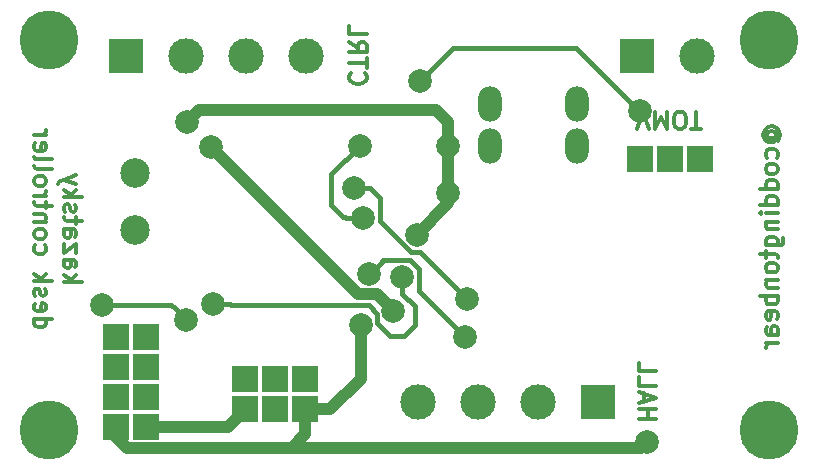
<source format=gbr>
G04 #@! TF.GenerationSoftware,KiCad,Pcbnew,5.0.2-bee76a0~70~ubuntu18.04.1*
G04 #@! TF.CreationDate,2019-10-09T06:24:17-07:00*
G04 #@! TF.ProjectId,kazatsky,6b617a61-7473-46b7-992e-6b696361645f,rev?*
G04 #@! TF.SameCoordinates,PX8e18f40PY6516e80*
G04 #@! TF.FileFunction,Copper,L2,Bot*
G04 #@! TF.FilePolarity,Positive*
%FSLAX46Y46*%
G04 Gerber Fmt 4.6, Leading zero omitted, Abs format (unit mm)*
G04 Created by KiCad (PCBNEW 5.0.2-bee76a0~70~ubuntu18.04.1) date Wed 09 Oct 2019 06:24:17 AM PDT*
%MOMM*%
%LPD*%
G01*
G04 APERTURE LIST*
G04 #@! TA.AperFunction,NonConductor*
%ADD10C,0.300000*%
G04 #@! TD*
G04 #@! TA.AperFunction,ComponentPad*
%ADD11R,2.200000X2.200000*%
G04 #@! TD*
G04 #@! TA.AperFunction,ComponentPad*
%ADD12R,3.000000X3.000000*%
G04 #@! TD*
G04 #@! TA.AperFunction,ComponentPad*
%ADD13C,3.000000*%
G04 #@! TD*
G04 #@! TA.AperFunction,ComponentPad*
%ADD14C,2.500000*%
G04 #@! TD*
G04 #@! TA.AperFunction,ComponentPad*
%ADD15O,2.000000X3.000000*%
G04 #@! TD*
G04 #@! TA.AperFunction,ViaPad*
%ADD16C,5.000000*%
G04 #@! TD*
G04 #@! TA.AperFunction,ViaPad*
%ADD17C,2.000000*%
G04 #@! TD*
G04 #@! TA.AperFunction,Conductor*
%ADD18C,1.000000*%
G04 #@! TD*
G04 #@! TA.AperFunction,Conductor*
%ADD19C,0.400000*%
G04 #@! TD*
G04 APERTURE END LIST*
D10*
X4296428Y15571429D02*
X5796428Y15571429D01*
X4867857Y15714286D02*
X4296428Y16142858D01*
X5296428Y16142858D02*
X4725000Y15571429D01*
X4296428Y17428572D02*
X5082142Y17428572D01*
X5225000Y17357143D01*
X5296428Y17214286D01*
X5296428Y16928572D01*
X5225000Y16785715D01*
X4367857Y17428572D02*
X4296428Y17285715D01*
X4296428Y16928572D01*
X4367857Y16785715D01*
X4510714Y16714286D01*
X4653571Y16714286D01*
X4796428Y16785715D01*
X4867857Y16928572D01*
X4867857Y17285715D01*
X4939285Y17428572D01*
X5296428Y18000000D02*
X5296428Y18785715D01*
X4296428Y18000000D01*
X4296428Y18785715D01*
X4296428Y20000000D02*
X5082142Y20000000D01*
X5225000Y19928572D01*
X5296428Y19785715D01*
X5296428Y19500000D01*
X5225000Y19357143D01*
X4367857Y20000000D02*
X4296428Y19857143D01*
X4296428Y19500000D01*
X4367857Y19357143D01*
X4510714Y19285715D01*
X4653571Y19285715D01*
X4796428Y19357143D01*
X4867857Y19500000D01*
X4867857Y19857143D01*
X4939285Y20000000D01*
X5296428Y20500000D02*
X5296428Y21071429D01*
X5796428Y20714286D02*
X4510714Y20714286D01*
X4367857Y20785715D01*
X4296428Y20928572D01*
X4296428Y21071429D01*
X4367857Y21500000D02*
X4296428Y21642858D01*
X4296428Y21928572D01*
X4367857Y22071429D01*
X4510714Y22142858D01*
X4582142Y22142858D01*
X4725000Y22071429D01*
X4796428Y21928572D01*
X4796428Y21714286D01*
X4867857Y21571429D01*
X5010714Y21500000D01*
X5082142Y21500000D01*
X5225000Y21571429D01*
X5296428Y21714286D01*
X5296428Y21928572D01*
X5225000Y22071429D01*
X4296428Y22785715D02*
X5796428Y22785715D01*
X4867857Y22928572D02*
X4296428Y23357143D01*
X5296428Y23357143D02*
X4725000Y22785715D01*
X5296428Y23857143D02*
X4296428Y24214286D01*
X5296428Y24571429D02*
X4296428Y24214286D01*
X3939285Y24071429D01*
X3867857Y24000000D01*
X3796428Y23857143D01*
X1746428Y12428572D02*
X3246428Y12428572D01*
X1817857Y12428572D02*
X1746428Y12285715D01*
X1746428Y12000000D01*
X1817857Y11857143D01*
X1889285Y11785715D01*
X2032142Y11714286D01*
X2460714Y11714286D01*
X2603571Y11785715D01*
X2675000Y11857143D01*
X2746428Y12000000D01*
X2746428Y12285715D01*
X2675000Y12428572D01*
X1817857Y13714286D02*
X1746428Y13571429D01*
X1746428Y13285715D01*
X1817857Y13142858D01*
X1960714Y13071429D01*
X2532142Y13071429D01*
X2675000Y13142858D01*
X2746428Y13285715D01*
X2746428Y13571429D01*
X2675000Y13714286D01*
X2532142Y13785715D01*
X2389285Y13785715D01*
X2246428Y13071429D01*
X1817857Y14357143D02*
X1746428Y14500000D01*
X1746428Y14785715D01*
X1817857Y14928572D01*
X1960714Y15000000D01*
X2032142Y15000000D01*
X2175000Y14928572D01*
X2246428Y14785715D01*
X2246428Y14571429D01*
X2317857Y14428572D01*
X2460714Y14357143D01*
X2532142Y14357143D01*
X2675000Y14428572D01*
X2746428Y14571429D01*
X2746428Y14785715D01*
X2675000Y14928572D01*
X1746428Y15642858D02*
X3246428Y15642858D01*
X2317857Y15785715D02*
X1746428Y16214286D01*
X2746428Y16214286D02*
X2175000Y15642858D01*
X1817857Y18642858D02*
X1746428Y18500000D01*
X1746428Y18214286D01*
X1817857Y18071429D01*
X1889285Y18000000D01*
X2032142Y17928572D01*
X2460714Y17928572D01*
X2603571Y18000000D01*
X2675000Y18071429D01*
X2746428Y18214286D01*
X2746428Y18500000D01*
X2675000Y18642858D01*
X1746428Y19500000D02*
X1817857Y19357143D01*
X1889285Y19285715D01*
X2032142Y19214286D01*
X2460714Y19214286D01*
X2603571Y19285715D01*
X2675000Y19357143D01*
X2746428Y19500000D01*
X2746428Y19714286D01*
X2675000Y19857143D01*
X2603571Y19928572D01*
X2460714Y20000000D01*
X2032142Y20000000D01*
X1889285Y19928572D01*
X1817857Y19857143D01*
X1746428Y19714286D01*
X1746428Y19500000D01*
X2746428Y20642858D02*
X1746428Y20642858D01*
X2603571Y20642858D02*
X2675000Y20714286D01*
X2746428Y20857143D01*
X2746428Y21071429D01*
X2675000Y21214286D01*
X2532142Y21285715D01*
X1746428Y21285715D01*
X2746428Y21785715D02*
X2746428Y22357143D01*
X3246428Y22000000D02*
X1960714Y22000000D01*
X1817857Y22071429D01*
X1746428Y22214286D01*
X1746428Y22357143D01*
X1746428Y22857143D02*
X2746428Y22857143D01*
X2460714Y22857143D02*
X2603571Y22928572D01*
X2675000Y23000000D01*
X2746428Y23142858D01*
X2746428Y23285715D01*
X1746428Y24000000D02*
X1817857Y23857143D01*
X1889285Y23785715D01*
X2032142Y23714286D01*
X2460714Y23714286D01*
X2603571Y23785715D01*
X2675000Y23857143D01*
X2746428Y24000000D01*
X2746428Y24214286D01*
X2675000Y24357143D01*
X2603571Y24428572D01*
X2460714Y24500000D01*
X2032142Y24500000D01*
X1889285Y24428572D01*
X1817857Y24357143D01*
X1746428Y24214286D01*
X1746428Y24000000D01*
X1746428Y25357143D02*
X1817857Y25214286D01*
X1960714Y25142858D01*
X3246428Y25142858D01*
X1746428Y26142858D02*
X1817857Y26000000D01*
X1960714Y25928572D01*
X3246428Y25928572D01*
X1817857Y27285715D02*
X1746428Y27142858D01*
X1746428Y26857143D01*
X1817857Y26714286D01*
X1960714Y26642858D01*
X2532142Y26642858D01*
X2675000Y26714286D01*
X2746428Y26857143D01*
X2746428Y27142858D01*
X2675000Y27285715D01*
X2532142Y27357143D01*
X2389285Y27357143D01*
X2246428Y26642858D01*
X1746428Y28000000D02*
X2746428Y28000000D01*
X2460714Y28000000D02*
X2603571Y28071429D01*
X2675000Y28142858D01*
X2746428Y28285715D01*
X2746428Y28428572D01*
X63964285Y27721429D02*
X63892857Y27792858D01*
X63821428Y27935715D01*
X63821428Y28078572D01*
X63892857Y28221429D01*
X63964285Y28292858D01*
X64107142Y28364286D01*
X64250000Y28364286D01*
X64392857Y28292858D01*
X64464285Y28221429D01*
X64535714Y28078572D01*
X64535714Y27935715D01*
X64464285Y27792858D01*
X64392857Y27721429D01*
X63821428Y27721429D02*
X64392857Y27721429D01*
X64464285Y27650000D01*
X64464285Y27578572D01*
X64392857Y27435715D01*
X64250000Y27364286D01*
X63892857Y27364286D01*
X63678571Y27507143D01*
X63535714Y27721429D01*
X63464285Y28007143D01*
X63535714Y28292858D01*
X63678571Y28507143D01*
X63892857Y28650000D01*
X64178571Y28721429D01*
X64464285Y28650000D01*
X64678571Y28507143D01*
X64821428Y28292858D01*
X64892857Y28007143D01*
X64821428Y27721429D01*
X64678571Y27507143D01*
X64607142Y26078572D02*
X64678571Y26221429D01*
X64678571Y26507143D01*
X64607142Y26650000D01*
X64535714Y26721429D01*
X64392857Y26792858D01*
X63964285Y26792858D01*
X63821428Y26721429D01*
X63750000Y26650000D01*
X63678571Y26507143D01*
X63678571Y26221429D01*
X63750000Y26078572D01*
X64678571Y25221429D02*
X64607142Y25364286D01*
X64535714Y25435715D01*
X64392857Y25507143D01*
X63964285Y25507143D01*
X63821428Y25435715D01*
X63750000Y25364286D01*
X63678571Y25221429D01*
X63678571Y25007143D01*
X63750000Y24864286D01*
X63821428Y24792858D01*
X63964285Y24721429D01*
X64392857Y24721429D01*
X64535714Y24792858D01*
X64607142Y24864286D01*
X64678571Y25007143D01*
X64678571Y25221429D01*
X64678571Y23435715D02*
X63178571Y23435715D01*
X64607142Y23435715D02*
X64678571Y23578572D01*
X64678571Y23864286D01*
X64607142Y24007143D01*
X64535714Y24078572D01*
X64392857Y24150000D01*
X63964285Y24150000D01*
X63821428Y24078572D01*
X63750000Y24007143D01*
X63678571Y23864286D01*
X63678571Y23578572D01*
X63750000Y23435715D01*
X64678571Y22078572D02*
X63178571Y22078572D01*
X64607142Y22078572D02*
X64678571Y22221429D01*
X64678571Y22507143D01*
X64607142Y22650000D01*
X64535714Y22721429D01*
X64392857Y22792858D01*
X63964285Y22792858D01*
X63821428Y22721429D01*
X63750000Y22650000D01*
X63678571Y22507143D01*
X63678571Y22221429D01*
X63750000Y22078572D01*
X64678571Y21364286D02*
X63678571Y21364286D01*
X63178571Y21364286D02*
X63250000Y21435715D01*
X63321428Y21364286D01*
X63250000Y21292858D01*
X63178571Y21364286D01*
X63321428Y21364286D01*
X63678571Y20650000D02*
X64678571Y20650000D01*
X63821428Y20650000D02*
X63750000Y20578572D01*
X63678571Y20435715D01*
X63678571Y20221429D01*
X63750000Y20078572D01*
X63892857Y20007143D01*
X64678571Y20007143D01*
X63678571Y18650000D02*
X64892857Y18650000D01*
X65035714Y18721429D01*
X65107142Y18792858D01*
X65178571Y18935715D01*
X65178571Y19150000D01*
X65107142Y19292858D01*
X64607142Y18650000D02*
X64678571Y18792858D01*
X64678571Y19078572D01*
X64607142Y19221429D01*
X64535714Y19292858D01*
X64392857Y19364286D01*
X63964285Y19364286D01*
X63821428Y19292858D01*
X63750000Y19221429D01*
X63678571Y19078572D01*
X63678571Y18792858D01*
X63750000Y18650000D01*
X63678571Y18150000D02*
X63678571Y17578572D01*
X63178571Y17935715D02*
X64464285Y17935715D01*
X64607142Y17864286D01*
X64678571Y17721429D01*
X64678571Y17578572D01*
X64678571Y16864286D02*
X64607142Y17007143D01*
X64535714Y17078572D01*
X64392857Y17150000D01*
X63964285Y17150000D01*
X63821428Y17078572D01*
X63750000Y17007143D01*
X63678571Y16864286D01*
X63678571Y16650000D01*
X63750000Y16507143D01*
X63821428Y16435715D01*
X63964285Y16364286D01*
X64392857Y16364286D01*
X64535714Y16435715D01*
X64607142Y16507143D01*
X64678571Y16650000D01*
X64678571Y16864286D01*
X63678571Y15721429D02*
X64678571Y15721429D01*
X63821428Y15721429D02*
X63750000Y15650000D01*
X63678571Y15507143D01*
X63678571Y15292858D01*
X63750000Y15150000D01*
X63892857Y15078572D01*
X64678571Y15078572D01*
X64678571Y14364286D02*
X63178571Y14364286D01*
X63750000Y14364286D02*
X63678571Y14221429D01*
X63678571Y13935715D01*
X63750000Y13792858D01*
X63821428Y13721429D01*
X63964285Y13650000D01*
X64392857Y13650000D01*
X64535714Y13721429D01*
X64607142Y13792858D01*
X64678571Y13935715D01*
X64678571Y14221429D01*
X64607142Y14364286D01*
X64607142Y12435715D02*
X64678571Y12578572D01*
X64678571Y12864286D01*
X64607142Y13007143D01*
X64464285Y13078572D01*
X63892857Y13078572D01*
X63750000Y13007143D01*
X63678571Y12864286D01*
X63678571Y12578572D01*
X63750000Y12435715D01*
X63892857Y12364286D01*
X64035714Y12364286D01*
X64178571Y13078572D01*
X64678571Y11078572D02*
X63892857Y11078572D01*
X63750000Y11150000D01*
X63678571Y11292858D01*
X63678571Y11578572D01*
X63750000Y11721429D01*
X64607142Y11078572D02*
X64678571Y11221429D01*
X64678571Y11578572D01*
X64607142Y11721429D01*
X64464285Y11792858D01*
X64321428Y11792858D01*
X64178571Y11721429D01*
X64107142Y11578572D01*
X64107142Y11221429D01*
X64035714Y11078572D01*
X64678571Y10364286D02*
X63678571Y10364286D01*
X63964285Y10364286D02*
X63821428Y10292858D01*
X63750000Y10221429D01*
X63678571Y10078572D01*
X63678571Y9935715D01*
X52921428Y3914286D02*
X54421428Y3914286D01*
X53707142Y3914286D02*
X53707142Y4771429D01*
X52921428Y4771429D02*
X54421428Y4771429D01*
X53350000Y5414286D02*
X53350000Y6128572D01*
X52921428Y5271429D02*
X54421428Y5771429D01*
X52921428Y6271429D01*
X52921428Y7485715D02*
X52921428Y6771429D01*
X54421428Y6771429D01*
X52921428Y8700000D02*
X52921428Y7985715D01*
X54421428Y7985715D01*
X28564285Y33235715D02*
X28492857Y33164286D01*
X28421428Y32950000D01*
X28421428Y32807143D01*
X28492857Y32592858D01*
X28635714Y32450000D01*
X28778571Y32378572D01*
X29064285Y32307143D01*
X29278571Y32307143D01*
X29564285Y32378572D01*
X29707142Y32450000D01*
X29850000Y32592858D01*
X29921428Y32807143D01*
X29921428Y32950000D01*
X29850000Y33164286D01*
X29778571Y33235715D01*
X29921428Y33664286D02*
X29921428Y34521429D01*
X28421428Y34092858D02*
X29921428Y34092858D01*
X28421428Y35878572D02*
X29135714Y35378572D01*
X28421428Y35021429D02*
X29921428Y35021429D01*
X29921428Y35592858D01*
X29850000Y35735715D01*
X29778571Y35807143D01*
X29635714Y35878572D01*
X29421428Y35878572D01*
X29278571Y35807143D01*
X29207142Y35735715D01*
X29135714Y35592858D01*
X29135714Y35021429D01*
X28421428Y37235715D02*
X28421428Y36521429D01*
X29921428Y36521429D01*
X52785714Y28478572D02*
X53285714Y29978572D01*
X53785714Y28478572D01*
X54285714Y29978572D02*
X54285714Y28478572D01*
X54785714Y29550000D01*
X55285714Y28478572D01*
X55285714Y29978572D01*
X56285714Y28478572D02*
X56571428Y28478572D01*
X56714285Y28550000D01*
X56857142Y28692858D01*
X56928571Y28978572D01*
X56928571Y29478572D01*
X56857142Y29764286D01*
X56714285Y29907143D01*
X56571428Y29978572D01*
X56285714Y29978572D01*
X56142857Y29907143D01*
X56000000Y29764286D01*
X55928571Y29478572D01*
X55928571Y28978572D01*
X56000000Y28692858D01*
X56142857Y28550000D01*
X56285714Y28478572D01*
X57357142Y28478572D02*
X58214285Y28478572D01*
X57785714Y29978572D02*
X57785714Y28478572D01*
D11*
G04 #@! TO.P,U1,1*
G04 #@! TO.N,+VDC*
X53000000Y26000000D03*
G04 #@! TO.P,U1,2*
G04 #@! TO.N,GND*
X55540000Y26000000D03*
G04 #@! TO.P,U1,3*
G04 #@! TO.N,+5V*
X58080000Y26000000D03*
G04 #@! TD*
G04 #@! TO.P,J4,1*
G04 #@! TO.N,GND*
X8700000Y3300000D03*
G04 #@! TO.P,J4,2*
G04 #@! TO.N,+5V*
X11240000Y3300000D03*
G04 #@! TO.P,J4,3*
G04 #@! TO.N,Net-(J4-Pad3)*
X8700000Y5840000D03*
G04 #@! TO.P,J4,4*
G04 #@! TO.N,Net-(J4-Pad4)*
X11240000Y5840000D03*
G04 #@! TO.P,J4,5*
G04 #@! TO.N,L_EN*
X8700000Y8380000D03*
G04 #@! TO.P,J4,6*
G04 #@! TO.N,R_EN*
X11240000Y8380000D03*
G04 #@! TO.P,J4,7*
G04 #@! TO.N,L_PWM*
X8700000Y10920000D03*
G04 #@! TO.P,J4,8*
G04 #@! TO.N,R_PWM*
X11240000Y10920000D03*
G04 #@! TD*
G04 #@! TO.P,J5,1*
G04 #@! TO.N,MISO*
X19600000Y7300000D03*
G04 #@! TO.P,J5,2*
G04 #@! TO.N,+5V*
X19600000Y4760000D03*
G04 #@! TO.P,J5,3*
G04 #@! TO.N,SCK*
X22140000Y7300000D03*
G04 #@! TO.P,J5,4*
G04 #@! TO.N,MOSI*
X22140000Y4760000D03*
G04 #@! TO.P,J5,5*
G04 #@! TO.N,USB_RESET*
X24680000Y7300000D03*
G04 #@! TO.P,J5,6*
G04 #@! TO.N,GND*
X24680000Y4760000D03*
G04 #@! TD*
D12*
G04 #@! TO.P,J3,1*
G04 #@! TO.N,+VDC*
X52800000Y34700000D03*
D13*
G04 #@! TO.P,J3,2*
X57880000Y34700000D03*
G04 #@! TD*
G04 #@! TO.P,J2,4*
G04 #@! TO.N,+5V*
X34260000Y5400000D03*
D12*
G04 #@! TO.P,J2,1*
G04 #@! TO.N,GND*
X49500000Y5400000D03*
D13*
G04 #@! TO.P,J2,3*
G04 #@! TO.N,+5V*
X39340000Y5400000D03*
G04 #@! TO.P,J2,2*
G04 #@! TO.N,HALL*
X44420000Y5400000D03*
G04 #@! TD*
G04 #@! TO.P,J1,2*
G04 #@! TO.N,CTRL_DOWN*
X14580000Y34700000D03*
G04 #@! TO.P,J1,3*
G04 #@! TO.N,GND*
X19660000Y34700000D03*
D12*
G04 #@! TO.P,J1,1*
X9500000Y34700000D03*
D13*
G04 #@! TO.P,J1,4*
G04 #@! TO.N,CTRL_UP*
X24740000Y34700000D03*
G04 #@! TD*
D14*
G04 #@! TO.P,Y1,2*
G04 #@! TO.N,Net-(C6-Pad2)*
X10300000Y19920000D03*
G04 #@! TO.P,Y1,1*
G04 #@! TO.N,Net-(C5-Pad2)*
X10300000Y24800000D03*
G04 #@! TD*
D15*
G04 #@! TO.P,J6,6*
G04 #@! TO.N,GND*
X40300000Y30600000D03*
X47700000Y27100000D03*
X40300000Y27100000D03*
X47700000Y30600000D03*
G04 #@! TD*
D16*
G04 #@! TO.N,*
X3000000Y36000000D03*
X3000000Y3000000D03*
X64000000Y36000000D03*
X64000000Y3000000D03*
D17*
G04 #@! TO.N,GND*
X34125312Y19525312D03*
X29400000Y11900000D03*
X36800000Y27100000D03*
X36800000Y23100000D03*
X14700000Y29100000D03*
X53600000Y2000000D03*
G04 #@! TO.N,+5V*
X16700000Y27000000D03*
X32158571Y13110408D03*
G04 #@! TO.N,USB_RESET*
X38400000Y14100000D03*
X28780226Y23486734D03*
G04 #@! TO.N,HALL*
X38200000Y10900000D03*
X30100000Y16200000D03*
G04 #@! TO.N,+VDC*
X34400000Y32600000D03*
X53000000Y30000000D03*
G04 #@! TO.N,Net-(U2-Pad12)*
X16900000Y13700000D03*
X32892857Y15950010D03*
G04 #@! TO.N,L_EN*
X7500000Y13600000D03*
X14628575Y12319200D03*
G04 #@! TO.N,VMOT*
X29600000Y21000002D03*
X29300000Y27100000D03*
G04 #@! TD*
D18*
G04 #@! TO.N,GND*
X23529999Y1509999D02*
X24680000Y2660000D01*
X8700000Y3300000D02*
X8700000Y2397998D01*
X24680000Y2660000D02*
X24680000Y4760000D01*
X8700000Y2397998D02*
X9587999Y1509999D01*
X22800000Y1509999D02*
X48109999Y1509999D01*
X9587999Y1509999D02*
X22800000Y1509999D01*
X22800000Y1509999D02*
X23529999Y1509999D01*
X26780000Y4760000D02*
X29400000Y7380000D01*
X24680000Y4760000D02*
X26780000Y4760000D01*
X29400000Y7380000D02*
X29400000Y11900000D01*
X36800000Y27100000D02*
X36800000Y23100000D01*
X36800000Y22200000D02*
X34125312Y19525312D01*
X36800000Y23100000D02*
X36800000Y22200000D01*
X15699999Y30099999D02*
X35800001Y30099999D01*
X14700000Y29100000D02*
X15699999Y30099999D01*
X36800000Y29100000D02*
X36800000Y27100000D01*
X35800001Y30099999D02*
X36800000Y29100000D01*
X48109999Y1509999D02*
X53109999Y1509999D01*
X53109999Y1509999D02*
X53600000Y2000000D01*
G04 #@! TO.N,+5V*
X18140000Y3300000D02*
X19600000Y4760000D01*
X11240000Y3300000D02*
X18140000Y3300000D01*
X29190001Y14509999D02*
X30758980Y14509999D01*
X16700000Y27000000D02*
X29190001Y14509999D01*
X31158572Y14110407D02*
X32158571Y13110408D01*
X30758980Y14509999D02*
X31158572Y14110407D01*
D19*
G04 #@! TO.N,USB_RESET*
X30194439Y23486734D02*
X28780226Y23486734D01*
X34449978Y18050022D02*
X33615750Y18050022D01*
X33615750Y18050022D02*
X30990003Y20675769D01*
X30990003Y20675769D02*
X30990003Y22691170D01*
X30990003Y22691170D02*
X30194439Y23486734D01*
X38400000Y14100000D02*
X34449978Y18050022D01*
G04 #@! TO.N,HALL*
X31300011Y17400011D02*
X31099999Y17199999D01*
X34342858Y14757142D02*
X34342858Y16646011D01*
X34342858Y16646011D02*
X33588858Y17400011D01*
X33588858Y17400011D02*
X31300011Y17400011D01*
X38200000Y10900000D02*
X34342858Y14757142D01*
X31099999Y17199999D02*
X30100000Y16200000D01*
G04 #@! TO.N,+VDC*
X52000001Y30999999D02*
X53000000Y30000000D01*
X47600000Y35400000D02*
X52000001Y30999999D01*
X34400000Y32600000D02*
X37200000Y35400000D01*
X37200000Y35400000D02*
X47600000Y35400000D01*
G04 #@! TO.N,Net-(U2-Pad12)*
X32892857Y14535797D02*
X33950007Y13478647D01*
X33950007Y11903999D02*
X33046008Y11000000D01*
X30790002Y12056000D02*
X30790002Y12867202D01*
X33950007Y13478647D02*
X33950007Y11903999D01*
X33046008Y11000000D02*
X31846002Y11000000D01*
X30067202Y13590002D02*
X18424211Y13590002D01*
X18424211Y13590002D02*
X18314213Y13700000D01*
X31846002Y11000000D02*
X30790002Y12056000D01*
X30790002Y12867202D02*
X30067202Y13590002D01*
X18314213Y13700000D02*
X16900000Y13700000D01*
X32892857Y15950010D02*
X32892857Y14535797D01*
G04 #@! TO.N,L_EN*
X13347775Y13600000D02*
X13628576Y13319199D01*
X13628576Y13319199D02*
X14628575Y12319200D01*
X7500000Y13600000D02*
X13347775Y13600000D01*
G04 #@! TO.N,VMOT*
X28185787Y21000002D02*
X28100000Y21085789D01*
X29600000Y21000002D02*
X28185787Y21000002D01*
X28100000Y21085789D02*
X27914211Y21085789D01*
X27914211Y21085789D02*
X26900000Y22100000D01*
X26900000Y22100000D02*
X26900000Y24700000D01*
X26900000Y24700000D02*
X29300000Y27100000D01*
G04 #@! TD*
M02*

</source>
